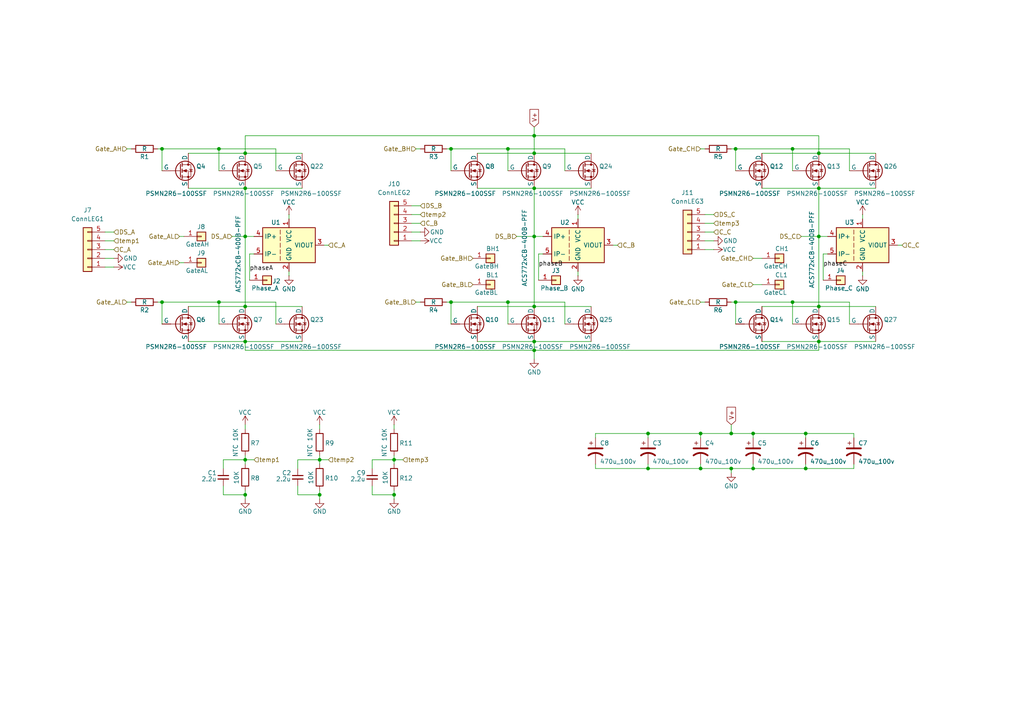
<source format=kicad_sch>
(kicad_sch (version 20250114) (generator "eeschema") (generator_version "9.0")
  (paper "A4")
  (lib_symbols
    (symbol "Connector_Generic:Conn_01x01" (pin_names (offset 1.016) (hide yes))
      (property "Reference" "J" (at 0 2.54 0))
      (property "Value" "Conn_01x01" (at 0 -2.54 0))
      (symbol "Conn_01x01_1_1"
        (rectangle (start -1.27 1.27) (end 1.27 -1.27) (stroke (width 0.254)) (fill (type background)))
        (rectangle (start -1.27 0.127) (end 0 -0.127) (stroke (width 0.1524)))
        (pin passive line (at -5.08 0 0) (length 3.81) (name "Pin_1") (number "1"))
      )
    )
    (symbol "Connector_Generic:Conn_01x05" (pin_names (offset 1.016) (hide yes))
      (property "Reference" "J" (at 0 7.62 0))
      (property "Value" "Conn_01x05" (at 0 -7.62 0))
      (symbol "Conn_01x05_1_1"
        (rectangle (start -1.27 6.35) (end 1.27 -6.35) (stroke (width 0.254)) (fill (type background)))
        (rectangle (start -1.27 5.207) (end 0 4.953) (stroke (width 0.1524)))
        (rectangle (start -1.27 2.667) (end 0 2.413) (stroke (width 0.1524)))
        (rectangle (start -1.27 0.127) (end 0 -0.127) (stroke (width 0.1524)))
        (rectangle (start -1.27 -2.413) (end 0 -2.667) (stroke (width 0.1524)))
        (rectangle (start -1.27 -4.953) (end 0 -5.207) (stroke (width 0.1524)))
        (pin passive line (at -5.08 5.08 0) (length 3.81) (name "Pin_1") (number "1"))
        (pin passive line (at -5.08 2.54 0) (length 3.81) (name "Pin_2") (number "2"))
        (pin passive line (at -5.08 0 0) (length 3.81) (name "Pin_3") (number "3"))
        (pin passive line (at -5.08 -2.54 0) (length 3.81) (name "Pin_4") (number "4"))
        (pin passive line (at -5.08 -5.08 0) (length 3.81) (name "Pin_5") (number "5"))
      )
    )
    (symbol "Device:C_Polarized_US" (pin_numbers (hide yes)) (pin_names (offset 0.254) (hide yes))
      (property "Reference" "C" (at 0.635 2.54 0))
      (property "Value" "C_Polarized_US" (at 0.635 -2.54 0))
      (symbol "C_Polarized_US_0_1"
        (polyline (pts (xy -2.032 0.762) (xy 2.032 0.762)) (stroke (width 0.508)))
        (polyline (pts (xy -1.778 2.286) (xy -0.762 2.286)))
        (polyline (pts (xy -1.27 1.778) (xy -1.27 2.794)))
        (arc (start -2.032 -1.27) (mid 0 -0.5572) (end 2.032 -1.27) (stroke (width 0.508)))
      )
      (symbol "C_Polarized_US_1_1"
        (pin passive line (at 0 3.81 270) (length 2.794) (name "~") (number "1"))
        (pin passive line (at 0 -3.81 90) (length 3.302) (name "~") (number "2"))
      )
    )
    (symbol "Device:C_Small" (pin_numbers (hide yes)) (pin_names (offset 0.254) (hide yes))
      (property "Reference" "C" (at 0.254 1.778 0))
      (property "Value" "C_Small" (at 0.254 -2.032 0))
      (symbol "C_Small_0_1"
        (polyline (pts (xy -1.524 0.508) (xy 1.524 0.508)) (stroke (width 0.3048)))
        (polyline (pts (xy -1.524 -0.508) (xy 1.524 -0.508)) (stroke (width 0.3302)))
      )
      (symbol "C_Small_1_1"
        (pin passive line (at 0 2.54 270) (length 2.032) (name "~") (number "1"))
        (pin passive line (at 0 -2.54 90) (length 2.032) (name "~") (number "2"))
      )
    )
    (symbol "Device:R" (pin_numbers (hide yes)) (pin_names (offset 0))
      (property "Reference" "R" (at 2.032 0 90))
      (property "Value" "R" (at 0 0 90))
      (symbol "R_0_1"
        (rectangle (start -1.016 -2.54) (end 1.016 2.54) (stroke (width 0.254)))
      )
      (symbol "R_1_1"
        (pin passive line (at 0 3.81 270) (length 1.27) (name "~") (number "1"))
        (pin passive line (at 0 -3.81 90) (length 1.27) (name "~") (number "2"))
      )
    )
    (symbol "Sensor_Current:ACS758xCB-200B-PFF"
      (property "Reference" "U" (at -7.62 6.35 0))
      (property "Value" "ACS758xCB-200B-PFF" (at 2.54 6.35 0))
      (symbol "ACS758xCB-200B-PFF_0_1"
        (rectangle (start -7.62 5.08) (end 7.62 -5.08) (stroke (width 0.254)) (fill (type background)))
        (polyline (pts (xy -2.54 3.175) (xy -2.54 4.445)))
        (polyline (pts (xy -2.54 1.27) (xy -2.54 2.54)))
        (polyline (pts (xy -2.54 0.635) (xy -2.54 -0.635)))
        (polyline (pts (xy -2.54 -1.27) (xy -2.54 -2.54)))
        (polyline (pts (xy -2.54 -3.175) (xy -2.54 -4.445)))
      )
      (symbol "ACS758xCB-200B-PFF_1_1"
        (pin passive line (at -10.16 2.54 0) (length 2.54) (name "IP+") (number "4"))
        (pin passive line (at -10.16 -2.54 0) (length 2.54) (name "IP-") (number "5"))
        (pin power_in line (at 0 7.62 270) (length 2.54) (name "VCC") (number "1"))
        (pin power_in line (at 0 -7.62 90) (length 2.54) (name "GND") (number "2"))
        (pin output line (at 10.16 0 180) (length 2.54) (name "VIOUT") (number "3"))
      )
    )
    (symbol "Simulation_SPICE:NMOS" (pin_numbers (hide yes)) (pin_names (offset 0))
      (property "Reference" "Q" (at 5.08 1.27 0))
      (property "Value" "NMOS" (at 5.08 -1.27 0))
      (symbol "NMOS_0_1"
        (polyline (pts (xy 0.254 1.905) (xy 0.254 -1.905)) (stroke (width 0.254)))
        (polyline (pts (xy 0.254 0) (xy -2.54 0)))
        (polyline (pts (xy 0.762 2.286) (xy 0.762 1.27)) (stroke (width 0.254)))
        (polyline (pts (xy 0.762 0.508) (xy 0.762 -0.508)) (stroke (width 0.254)))
        (polyline (pts (xy 0.762 -1.27) (xy 0.762 -2.286)) (stroke (width 0.254)))
        (polyline (pts (xy 0.762 -1.778) (xy 3.302 -1.778) (xy 3.302 1.778) (xy 0.762 1.778)))
        (polyline (pts (xy 1.016 0) (xy 2.032 0.381) (xy 2.032 -0.381) (xy 1.016 0)) (fill (type outline)))
        (circle (center 1.651 0) (radius 2.794) (stroke (width 0.254)))
        (polyline (pts (xy 2.54 2.54) (xy 2.54 1.778)))
        (circle (center 2.54 1.778) (radius 0.254) (fill (type outline)))
        (circle (center 2.54 -1.778) (radius 0.254) (fill (type outline)))
        (polyline (pts (xy 2.54 -2.54) (xy 2.54 0) (xy 0.762 0)))
        (polyline (pts (xy 2.794 0.508) (xy 2.921 0.381) (xy 3.683 0.381) (xy 3.81 0.254)))
        (polyline (pts (xy 3.302 0.381) (xy 2.921 -0.254) (xy 3.683 -0.254) (xy 3.302 0.381)))
      )
      (symbol "NMOS_1_1"
        (pin input line (at -5.08 0 0) (length 2.54) (name "G") (number "2"))
        (pin passive line (at 2.54 5.08 270) (length 2.54) (name "D") (number "1"))
        (pin passive line (at 2.54 -5.08 90) (length 2.54) (name "S") (number "3"))
      )
    )
    (symbol "power:GND" (power) (pin_numbers (hide yes)) (pin_names (offset 0) (hide yes))
      (property "Value" "GND" (at 0 -3.81 0))
      (symbol "GND_0_1"
        (polyline (pts (xy 0 0) (xy 0 -1.27) (xy 1.27 -1.27) (xy 0 -2.54) (xy -1.27 -1.27) (xy 0 -1.27)))
      )
      (symbol "GND_1_1"
        (pin power_in line (at 0 0 270) (length 0) (name "~") (number "1"))
      )
    )
    (symbol "power:VCC" (power) (pin_numbers (hide yes)) (pin_names (offset 0) (hide yes))
      (property "Value" "VCC" (at 0 3.556 0))
      (symbol "VCC_0_1"
        (polyline (pts (xy -0.762 1.27) (xy 0 2.54)))
        (polyline (pts (xy 0 2.54) (xy 0.762 1.27)))
        (polyline (pts (xy 0 0) (xy 0 2.54)))
      )
      (symbol "VCC_1_1"
        (pin power_in line (at 0 0 90) (length 0) (name "~") (number "1"))
      )
    )
  )
  (junction (at 154.94 44.45))
  (junction (at 46.99 87.63))
  (junction (at 187.96 135.89))
  (junction (at 154.94 99.06))
  (junction (at 46.99 43.18))
  (junction (at 154.94 88.9))
  (junction (at 212.09 135.89))
  (junction (at 237.49 88.9))
  (junction (at 130.81 43.18))
  (junction (at 114.3 143.51))
  (junction (at 71.12 133.35))
  (junction (at 71.12 68.58))
  (junction (at 229.87 87.63))
  (junction (at 203.2 125.73))
  (junction (at 63.5 43.18))
  (junction (at 92.71 133.35))
  (junction (at 71.12 143.51))
  (junction (at 130.81 87.63))
  (junction (at 147.32 87.63))
  (junction (at 71.12 99.06))
  (junction (at 71.12 44.45))
  (junction (at 229.87 43.18))
  (junction (at 71.12 88.9))
  (junction (at 213.36 43.18))
  (junction (at 154.94 68.58))
  (junction (at 147.32 43.18))
  (junction (at 237.49 54.61))
  (junction (at 154.94 54.61))
  (junction (at 237.49 44.45))
  (junction (at 154.94 39.37))
  (junction (at 218.44 135.89))
  (junction (at 71.12 54.61))
  (junction (at 233.68 135.89))
  (junction (at 187.96 125.73))
  (junction (at 154.94 101.6))
  (junction (at 237.49 99.06))
  (junction (at 218.44 125.73))
  (junction (at 213.36 87.63))
  (junction (at 92.71 143.51))
  (junction (at 237.49 68.58))
  (junction (at 233.68 125.73))
  (junction (at 203.2 135.89))
  (junction (at 114.3 133.35))
  (junction (at 63.5 87.63))
  (junction (at 212.09 125.73))
  (wire (pts (xy 154.94 39.37) (xy 154.94 44.45)))
  (wire (pts (xy 138.43 54.61) (xy 154.94 54.61)))
  (wire (pts (xy 147.32 43.18) (xy 130.81 43.18)))
  (wire (pts (xy 233.68 125.73) (xy 247.65 125.73)))
  (wire (pts (xy 147.32 43.18) (xy 147.32 49.53)))
  (wire (pts (xy 120.65 87.63) (xy 121.92 87.63)))
  (wire (pts (xy 204.47 62.23) (xy 207.01 62.23)))
  (wire (pts (xy 172.72 127) (xy 172.72 125.73)))
  (wire (pts (xy 71.12 99.06) (xy 71.12 101.6)))
  (wire (pts (xy 147.32 43.18) (xy 163.83 43.18)))
  (wire (pts (xy 130.81 43.18) (xy 130.81 49.53)))
  (wire (pts (xy 250.19 78.74) (xy 250.19 80.01)))
  (wire (pts (xy 154.94 101.6) (xy 154.94 104.14)))
  (wire (pts (xy 119.38 59.69) (xy 121.92 59.69)))
  (wire (pts (xy 233.68 135.89) (xy 247.65 135.89)))
  (wire (pts (xy 177.8 71.12) (xy 179.07 71.12)))
  (wire (pts (xy 36.83 87.63) (xy 38.1 87.63)))
  (wire (pts (xy 229.87 43.18) (xy 213.36 43.18)))
  (wire (pts (xy 86.36 133.35) (xy 92.71 133.35)))
  (wire (pts (xy 213.36 43.18) (xy 213.36 49.53)))
  (wire (pts (xy 63.5 87.63) (xy 80.01 87.63)))
  (wire (pts (xy 187.96 135.89) (xy 203.2 135.89)))
  (wire (pts (xy 212.09 135.89) (xy 212.09 137.16)))
  (wire (pts (xy 92.71 142.24) (xy 92.71 143.51)))
  (wire (pts (xy 250.19 62.23) (xy 250.19 63.5)))
  (wire (pts (xy 154.94 101.6) (xy 237.49 101.6)))
  (wire (pts (xy 114.3 123.19) (xy 114.3 124.46)))
  (wire (pts (xy 167.64 62.23) (xy 167.64 63.5)))
  (wire (pts (xy 130.81 87.63) (xy 130.81 93.98)))
  (wire (pts (xy 187.96 134.62) (xy 187.96 135.89)))
  (wire (pts (xy 93.98 71.12) (xy 95.25 71.12)))
  (wire (pts (xy 167.64 78.74) (xy 167.64 80.01)))
  (wire (pts (xy 247.65 125.73) (xy 247.65 127)))
  (wire (pts (xy 80.01 43.18) (xy 80.01 49.53)))
  (wire (pts (xy 154.94 54.61) (xy 154.94 68.58)))
  (wire (pts (xy 154.94 36.83) (xy 154.94 39.37)))
  (wire (pts (xy 163.83 87.63) (xy 163.83 93.98)))
  (wire (pts (xy 154.94 54.61) (xy 171.45 54.61)))
  (wire (pts (xy 119.38 67.31) (xy 121.92 67.31)))
  (wire (pts (xy 64.77 133.35) (xy 71.12 133.35)))
  (wire (pts (xy 204.47 69.85) (xy 207.01 69.85)))
  (wire (pts (xy 229.87 87.63) (xy 246.38 87.63)))
  (wire (pts (xy 238.76 73.66) (xy 238.76 81.28)))
  (wire (pts (xy 237.49 54.61) (xy 254 54.61)))
  (wire (pts (xy 154.94 99.06) (xy 154.94 101.6)))
  (wire (pts (xy 52.07 68.58) (xy 53.34 68.58)))
  (wire (pts (xy 120.65 43.18) (xy 121.92 43.18)))
  (wire (pts (xy 218.44 82.55) (xy 220.98 82.55)))
  (wire (pts (xy 63.5 87.63) (xy 63.5 93.98)))
  (wire (pts (xy 203.2 125.73) (xy 203.2 127)))
  (wire (pts (xy 71.12 44.45) (xy 87.63 44.45)))
  (wire (pts (xy 71.12 39.37) (xy 154.94 39.37)))
  (wire (pts (xy 156.21 73.66) (xy 156.21 81.28)))
  (wire (pts (xy 114.3 133.35) (xy 116.84 133.35)))
  (wire (pts (xy 36.83 43.18) (xy 38.1 43.18)))
  (wire (pts (xy 71.12 101.6) (xy 154.94 101.6)))
  (wire (pts (xy 246.38 43.18) (xy 246.38 49.53)))
  (wire (pts (xy 156.21 73.66) (xy 157.48 73.66)))
  (wire (pts (xy 212.09 125.73) (xy 218.44 125.73)))
  (wire (pts (xy 163.83 43.18) (xy 163.83 49.53)))
  (wire (pts (xy 237.49 88.9) (xy 254 88.9)))
  (wire (pts (xy 71.12 132.08) (xy 71.12 133.35)))
  (wire (pts (xy 138.43 99.06) (xy 154.94 99.06)))
  (wire (pts (xy 232.41 68.58) (xy 237.49 68.58)))
  (wire (pts (xy 30.48 74.93) (xy 33.02 74.93)))
  (wire (pts (xy 212.09 135.89) (xy 218.44 135.89)))
  (wire (pts (xy 187.96 125.73) (xy 187.96 127)))
  (wire (pts (xy 129.54 87.63) (xy 130.81 87.63)))
  (wire (pts (xy 220.98 88.9) (xy 237.49 88.9)))
  (wire (pts (xy 92.71 133.35) (xy 95.25 133.35)))
  (wire (pts (xy 220.98 44.45) (xy 237.49 44.45)))
  (wire (pts (xy 218.44 125.73) (xy 233.68 125.73)))
  (wire (pts (xy 203.2 135.89) (xy 212.09 135.89)))
  (wire (pts (xy 71.12 142.24) (xy 71.12 143.51)))
  (wire (pts (xy 218.44 74.93) (xy 220.98 74.93)))
  (wire (pts (xy 172.72 135.89) (xy 187.96 135.89)))
  (wire (pts (xy 237.49 101.6) (xy 237.49 99.06)))
  (wire (pts (xy 71.12 143.51) (xy 71.12 144.78)))
  (wire (pts (xy 119.38 62.23) (xy 121.92 62.23)))
  (wire (pts (xy 237.49 44.45) (xy 254 44.45)))
  (wire (pts (xy 30.48 69.85) (xy 33.02 69.85)))
  (wire (pts (xy 229.87 87.63) (xy 213.36 87.63)))
  (wire (pts (xy 172.72 134.62) (xy 172.72 135.89)))
  (wire (pts (xy 129.54 43.18) (xy 130.81 43.18)))
  (wire (pts (xy 218.44 125.73) (xy 218.44 127)))
  (wire (pts (xy 83.82 62.23) (xy 83.82 63.5)))
  (wire (pts (xy 107.95 133.35) (xy 114.3 133.35)))
  (wire (pts (xy 149.86 68.58) (xy 154.94 68.58)))
  (wire (pts (xy 54.61 54.61) (xy 71.12 54.61)))
  (wire (pts (xy 119.38 69.85) (xy 121.92 69.85)))
  (wire (pts (xy 54.61 44.45) (xy 71.12 44.45)))
  (wire (pts (xy 114.3 132.08) (xy 114.3 133.35)))
  (wire (pts (xy 92.71 132.08) (xy 92.71 133.35)))
  (wire (pts (xy 63.5 43.18) (xy 46.99 43.18)))
  (wire (pts (xy 203.2 134.62) (xy 203.2 135.89)))
  (wire (pts (xy 114.3 143.51) (xy 114.3 144.78)))
  (wire (pts (xy 138.43 88.9) (xy 154.94 88.9)))
  (wire (pts (xy 218.44 135.89) (xy 233.68 135.89)))
  (wire (pts (xy 218.44 134.62) (xy 218.44 135.89)))
  (wire (pts (xy 246.38 87.63) (xy 246.38 93.98)))
  (wire (pts (xy 92.71 123.19) (xy 92.71 124.46)))
  (wire (pts (xy 212.09 87.63) (xy 213.36 87.63)))
  (wire (pts (xy 203.2 43.18) (xy 204.47 43.18)))
  (wire (pts (xy 154.94 88.9) (xy 171.45 88.9)))
  (wire (pts (xy 204.47 64.77) (xy 207.01 64.77)))
  (wire (pts (xy 237.49 99.06) (xy 254 99.06)))
  (wire (pts (xy 71.12 39.37) (xy 71.12 44.45)))
  (wire (pts (xy 203.2 125.73) (xy 212.09 125.73)))
  (wire (pts (xy 138.43 44.45) (xy 154.94 44.45)))
  (wire (pts (xy 64.77 143.51) (xy 71.12 143.51)))
  (wire (pts (xy 212.09 123.19) (xy 212.09 125.73)))
  (wire (pts (xy 260.35 71.12) (xy 261.62 71.12)))
  (wire (pts (xy 220.98 54.61) (xy 237.49 54.61)))
  (wire (pts (xy 229.87 87.63) (xy 229.87 93.98)))
  (wire (pts (xy 63.5 43.18) (xy 80.01 43.18)))
  (wire (pts (xy 71.12 133.35) (xy 71.12 134.62)))
  (wire (pts (xy 213.36 87.63) (xy 213.36 93.98)))
  (wire (pts (xy 86.36 135.89) (xy 86.36 133.35)))
  (wire (pts (xy 64.77 140.97) (xy 64.77 143.51)))
  (wire (pts (xy 30.48 77.47) (xy 33.02 77.47)))
  (wire (pts (xy 30.48 72.39) (xy 33.02 72.39)))
  (wire (pts (xy 46.99 87.63) (xy 46.99 93.98)))
  (wire (pts (xy 46.99 43.18) (xy 46.99 49.53)))
  (wire (pts (xy 54.61 99.06) (xy 71.12 99.06)))
  (wire (pts (xy 86.36 143.51) (xy 92.71 143.51)))
  (wire (pts (xy 92.71 133.35) (xy 92.71 134.62)))
  (wire (pts (xy 54.61 88.9) (xy 71.12 88.9)))
  (wire (pts (xy 154.94 68.58) (xy 157.48 68.58)))
  (wire (pts (xy 64.77 135.89) (xy 64.77 133.35)))
  (wire (pts (xy 71.12 99.06) (xy 87.63 99.06)))
  (wire (pts (xy 187.96 125.73) (xy 203.2 125.73)))
  (wire (pts (xy 237.49 68.58) (xy 237.49 88.9)))
  (wire (pts (xy 119.38 64.77) (xy 121.92 64.77)))
  (wire (pts (xy 114.3 142.24) (xy 114.3 143.51)))
  (wire (pts (xy 204.47 72.39) (xy 207.01 72.39)))
  (wire (pts (xy 53.34 76.2) (xy 52.07 76.2)))
  (wire (pts (xy 80.01 87.63) (xy 80.01 93.98)))
  (wire (pts (xy 154.94 39.37) (xy 237.49 39.37)))
  (wire (pts (xy 172.72 125.73) (xy 187.96 125.73)))
  (wire (pts (xy 107.95 143.51) (xy 114.3 143.51)))
  (wire (pts (xy 204.47 67.31) (xy 207.01 67.31)))
  (wire (pts (xy 71.12 68.58) (xy 71.12 88.9)))
  (wire (pts (xy 63.5 43.18) (xy 63.5 49.53)))
  (wire (pts (xy 30.48 67.31) (xy 33.02 67.31)))
  (wire (pts (xy 154.94 99.06) (xy 171.45 99.06)))
  (wire (pts (xy 229.87 43.18) (xy 246.38 43.18)))
  (wire (pts (xy 233.68 125.73) (xy 233.68 127)))
  (wire (pts (xy 237.49 68.58) (xy 240.03 68.58)))
  (wire (pts (xy 114.3 133.35) (xy 114.3 134.62)))
  (wire (pts (xy 86.36 140.97) (xy 86.36 143.51)))
  (wire (pts (xy 45.72 43.18) (xy 46.99 43.18)))
  (wire (pts (xy 72.39 73.66) (xy 73.66 73.66)))
  (wire (pts (xy 237.49 44.45) (xy 237.49 39.37)))
  (wire (pts (xy 83.82 78.74) (xy 83.82 80.01)))
  (wire (pts (xy 147.32 87.63) (xy 130.81 87.63)))
  (wire (pts (xy 71.12 54.61) (xy 71.12 68.58)))
  (wire (pts (xy 212.09 43.18) (xy 213.36 43.18)))
  (wire (pts (xy 71.12 68.58) (xy 73.66 68.58)))
  (wire (pts (xy 237.49 54.61) (xy 237.49 68.58)))
  (wire (pts (xy 71.12 123.19) (xy 71.12 124.46)))
  (wire (pts (xy 229.87 43.18) (xy 229.87 49.53)))
  (wire (pts (xy 107.95 135.89) (xy 107.95 133.35)))
  (wire (pts (xy 92.71 143.51) (xy 92.71 144.78)))
  (wire (pts (xy 72.39 73.66) (xy 72.39 81.28)))
  (wire (pts (xy 238.76 73.66) (xy 240.03 73.66)))
  (wire (pts (xy 71.12 133.35) (xy 73.66 133.35)))
  (wire (pts (xy 147.32 87.63) (xy 147.32 93.98)))
  (wire (pts (xy 147.32 87.63) (xy 163.83 87.63)))
  (wire (pts (xy 154.94 68.58) (xy 154.94 88.9)))
  (wire (pts (xy 71.12 88.9) (xy 87.63 88.9)))
  (wire (pts (xy 247.65 135.89) (xy 247.65 134.62)))
  (wire (pts (xy 154.94 44.45) (xy 171.45 44.45)))
  (wire (pts (xy 203.2 87.63) (xy 204.47 87.63)))
  (wire (pts (xy 220.98 99.06) (xy 237.49 99.06)))
  (wire (pts (xy 63.5 87.63) (xy 46.99 87.63)))
  (wire (pts (xy 45.72 87.63) (xy 46.99 87.63)))
  (wire (pts (xy 233.68 134.62) (xy 233.68 135.89)))
  (wire (pts (xy 107.95 140.97) (xy 107.95 143.51)))
  (wire (pts (xy 71.12 54.61) (xy 87.63 54.61)))
  (wire (pts (xy 67.31 68.58) (xy 71.12 68.58)))
  (label "phaseB" (at 156.21 77.47 0))
  (label "phaseC" (at 238.76 77.47 0))
  (label "phaseA" (at 72.39 78.74 0))
  (global_label "V+" (shape input) (at 212.09 123.19 90) (property "Intersheetrefs" "${INTERSHEET_REFS}" (effects (hide yes))))
  (global_label "V+" (shape input) (at 154.94 36.83 90) (property "Intersheetrefs" "${INTERSHEET_REFS}" (effects (hide yes))))
  (hierarchical_label "temp2" (shape input) (at 95.25 133.35 0))
  (hierarchical_label "temp1" (shape input) (at 33.02 69.85 0))
  (hierarchical_label "Gate_AL" (shape input) (at 52.07 68.58 180))
  (hierarchical_label "Gate_AL" (shape input) (at 36.83 87.63 180))
  (hierarchical_label "DS_C" (shape input) (at 207.01 62.23 0))
  (hierarchical_label "temp1" (shape input) (at 73.66 133.35 0))
  (hierarchical_label "Gate_AH" (shape input) (at 36.83 43.18 180))
  (hierarchical_label "Gate_CL" (shape input) (at 203.2 87.63 180))
  (hierarchical_label "Gate_BL" (shape input) (at 137.16 82.55 180))
  (hierarchical_label "C_C" (shape input) (at 207.01 67.31 0))
  (hierarchical_label "temp2" (shape input) (at 121.92 62.23 0))
  (hierarchical_label "Gate_CH" (shape input) (at 218.44 74.93 180))
  (hierarchical_label "DS_A" (shape input) (at 67.31 68.58 180))
  (hierarchical_label "C_A" (shape input) (at 33.02 72.39 0))
  (hierarchical_label "Gate_BL" (shape input) (at 120.65 87.63 180))
  (hierarchical_label "DS_C" (shape input) (at 232.41 68.58 180))
  (hierarchical_label "DS_B" (shape input) (at 149.86 68.58 180))
  (hierarchical_label "C_B" (shape input) (at 121.92 64.77 0))
  (hierarchical_label "Gate_CH" (shape input) (at 203.2 43.18 180))
  (hierarchical_label "Gate_AH" (shape input) (at 52.07 76.2 180))
  (hierarchical_label "DS_A" (shape input) (at 33.02 67.31 0))
  (hierarchical_label "Gate_BH" (shape input) (at 120.65 43.18 180))
  (hierarchical_label "temp3" (shape input) (at 116.84 133.35 0))
  (hierarchical_label "Gate_BH" (shape input) (at 137.16 74.93 180))
  (hierarchical_label "C_A" (shape input) (at 95.25 71.12 0))
  (hierarchical_label "C_C" (shape input) (at 261.62 71.12 0))
  (hierarchical_label "Gate_CL" (shape input) (at 218.44 82.55 180))
  (hierarchical_label "DS_B" (shape input) (at 121.92 59.69 0))
  (hierarchical_label "temp3" (shape input) (at 207.01 64.77 0))
  (hierarchical_label "C_B" (shape input) (at 179.07 71.12 0))
  (symbol (lib_id "power:VCC") (at 167.64 62.23 0) (unit 1)
    (property "Reference" "#PWR07" (effects (hide yes)))
    (property "Value" "VCC" (at 167.64 58.674 0))
    (property "Description" "Power symbol creates a global label with name \"VCC\"" (effects (hide yes)))
  )
  (symbol (lib_id "power:GND") (at 83.82 80.01 0) (unit 1)
    (property "Reference" "#PWR03" (effects (hide yes)))
    (property "Value" "GND" (at 83.82 83.82 0))
    (property "Description" "Power symbol creates a global label with name \"GND\" , ground" (effects (hide yes)))
  )
  (symbol (lib_id "Simulation_SPICE:NMOS") (at 68.58 49.53 0) (unit 1)
    (property "Reference" "Q5" (at 73.406 48.26 0) (effects (justify left)))
    (property "Value" "PSMN2R6-100SSF" (at 61.722 56.134 0) (effects (justify left)))
    (property "Footprint" "Custom:LFPAK88_new" (effects (hide yes)))
    (property "Datasheet" "https://ngspice.sourceforge.io/docs/ngspice-html-manual/manual.xhtml#cha_MOSFETs" (effects (hide yes)))
    (property "Description" "N-MOSFET transistor, drain/source/gate" (effects (hide yes)))
    (property "Sim.Device" "NMOS" (effects (hide yes)))
    (property "Sim.Type" "VDMOS" (effects (hide yes)))
    (property "Sim.Pins" "1=D 2=G 3=S" (effects (hide yes)))
  )
  (symbol (lib_id "Device:R") (at 125.73 43.18 90) (unit 1)
    (property "Reference" "R3" (at 125.73 45.466 90))
    (property "Value" "R" (at 125.73 43.18 90))
    (property "Footprint" "Resistor_SMD:R_0805_2012Metric_Pad1.20x1.40mm_HandSolder" (effects (hide yes)))
    (property "Description" "Resistor" (effects (hide yes)))
  )
  (symbol (lib_id "power:GND") (at 212.09 137.16 0) (unit 1)
    (property "Reference" "#PWR014" (effects (hide yes)))
    (property "Value" "GND" (at 212.09 140.97 0))
    (property "Description" "Power symbol creates a global label with name \"GND\" , ground" (effects (hide yes)))
  )
  (symbol (lib_id "Simulation_SPICE:NMOS") (at 152.4 93.98 0) (unit 1)
    (property "Reference" "Q11" (at 157.226 92.71 0) (effects (justify left)))
    (property "Value" "PSMN2R6-100SSF" (at 145.542 100.584 0) (effects (justify left)))
    (property "Footprint" "Custom:LFPAK88_new" (effects (hide yes)))
    (property "Datasheet" "https://ngspice.sourceforge.io/docs/ngspice-html-manual/manual.xhtml#cha_MOSFETs" (effects (hide yes)))
    (property "Description" "N-MOSFET transistor, drain/source/gate" (effects (hide yes)))
    (property "Sim.Device" "NMOS" (effects (hide yes)))
    (property "Sim.Type" "VDMOS" (effects (hide yes)))
    (property "Sim.Pins" "1=D 2=G 3=S" (effects (hide yes)))
  )
  (symbol (lib_id "power:GND") (at 207.01 69.85 90) (unit 1)
    (property "Reference" "#PWR025" (effects (hide yes)))
    (property "Value" "GND" (at 211.836 69.85 90))
    (property "Description" "Power symbol creates a global label with name \"GND\" , ground" (effects (hide yes)))
  )
  (symbol (lib_id "Simulation_SPICE:NMOS") (at 152.4 49.53 0) (unit 1)
    (property "Reference" "Q9" (at 157.226 48.26 0) (effects (justify left)))
    (property "Value" "PSMN2R6-100SSF" (at 145.542 56.134 0) (effects (justify left)))
    (property "Footprint" "Custom:LFPAK88_new" (effects (hide yes)))
    (property "Datasheet" "https://ngspice.sourceforge.io/docs/ngspice-html-manual/manual.xhtml#cha_MOSFETs" (effects (hide yes)))
    (property "Description" "N-MOSFET transistor, drain/source/gate" (effects (hide yes)))
    (property "Sim.Device" "NMOS" (effects (hide yes)))
    (property "Sim.Type" "VDMOS" (effects (hide yes)))
    (property "Sim.Pins" "1=D 2=G 3=S" (effects (hide yes)))
  )
  (symbol (lib_id "power:VCC") (at 114.3 123.19 0) (unit 1)
    (property "Reference" "#PWR019" (effects (hide yes)))
    (property "Value" "VCC" (at 114.3 119.634 0))
    (property "Description" "Power symbol creates a global label with name \"VCC\"" (effects (hide yes)))
  )
  (symbol (lib_id "Connector_Generic:Conn_01x05") (at 199.39 67.31 180) (unit 1)
    (property "Reference" "J11" (at 199.39 55.88 0))
    (property "Value" "ConnLEG3" (at 199.39 58.42 0))
    (property "Footprint" "Connector_PinSocket_2.54mm:PinSocket_1x05_P2.54mm_Vertical" (effects (hide yes)))
    (property "Description" "Generic connector, single row, 01x05, script generated (kicad-library-utils/schlib/autogen/connector/)" (effects (hide yes)))
  )
  (symbol (lib_id "power:GND") (at 92.71 144.78 0) (unit 1)
    (property "Reference" "#PWR018" (effects (hide yes)))
    (property "Value" "GND" (at 92.71 148.336 0))
    (property "Description" "Power symbol creates a global label with name \"GND\" , ground" (effects (hide yes)))
  )
  (symbol (lib_id "Simulation_SPICE:NMOS") (at 251.46 93.98 0) (unit 1)
    (property "Reference" "Q27" (at 256.286 92.71 0) (effects (justify left)))
    (property "Value" "PSMN2R6-100SSF" (at 247.65 100.584 0) (effects (justify left)))
    (property "Footprint" "Custom:LFPAK88_new" (effects (hide yes)))
    (property "Datasheet" "https://ngspice.sourceforge.io/docs/ngspice-html-manual/manual.xhtml#cha_MOSFETs" (effects (hide yes)))
    (property "Description" "N-MOSFET transistor, drain/source/gate" (effects (hide yes)))
    (property "Sim.Device" "NMOS" (effects (hide yes)))
    (property "Sim.Type" "VDMOS" (effects (hide yes)))
    (property "Sim.Pins" "1=D 2=G 3=S" (effects (hide yes)))
  )
  (symbol (lib_id "Connector_Generic:Conn_01x01") (at 226.06 74.93 0) (unit 1)
    (property "Reference" "CH1" (at 224.79 72.136 0) (effects (justify left)))
    (property "Value" "GateCH" (at 221.488 77.216 0) (effects (justify left)))
    (property "Footprint" "Connector_PinSocket_2.54mm:PinSocket_1x01_P2.54mm_Vertical" (effects (hide yes)))
    (property "Description" "Generic connector, single row, 01x01, script generated (kicad-library-utils/schlib/autogen/connector/)" (effects (hide yes)))
  )
  (symbol (lib_id "Simulation_SPICE:NMOS") (at 52.07 49.53 0) (unit 1)
    (property "Reference" "Q4" (at 56.896 48.26 0) (effects (justify left)))
    (property "Value" "PSMN2R6-100SSF" (at 42.164 56.134 0) (effects (justify left)))
    (property "Footprint" "Custom:LFPAK88_new" (effects (hide yes)))
    (property "Datasheet" "https://ngspice.sourceforge.io/docs/ngspice-html-manual/manual.xhtml#cha_MOSFETs" (effects (hide yes)))
    (property "Description" "N-MOSFET transistor, drain/source/gate" (effects (hide yes)))
    (property "Sim.Device" "NMOS" (effects (hide yes)))
    (property "Sim.Type" "VDMOS" (effects (hide yes)))
    (property "Sim.Pins" "1=D 2=G 3=S" (effects (hide yes)))
  )
  (symbol (lib_id "Connector_Generic:Conn_01x01") (at 226.06 82.55 0) (unit 1)
    (property "Reference" "CL1" (at 224.79 79.756 0) (effects (justify left)))
    (property "Value" "GateCL" (at 221.488 84.836 0) (effects (justify left)))
    (property "Footprint" "Connector_PinSocket_2.54mm:PinSocket_1x01_P2.54mm_Vertical" (effects (hide yes)))
    (property "Description" "Generic connector, single row, 01x01, script generated (kicad-library-utils/schlib/autogen/connector/)" (effects (hide yes)))
  )
  (symbol (lib_id "Device:C_Small") (at 86.36 138.43 0) (unit 1)
    (property "Reference" "C2" (at 81.788 137.16 0) (effects (justify left)))
    (property "Value" "2.2u" (at 80.01 138.938 0) (effects (justify left)))
    (property "Footprint" "Capacitor_SMD:C_0805_2012Metric_Pad1.18x1.45mm_HandSolder" (effects (hide yes)))
    (property "Description" "Unpolarized capacitor, small symbol" (effects (hide yes)))
  )
  (symbol (lib_id "Simulation_SPICE:NMOS") (at 85.09 49.53 0) (unit 1)
    (property "Reference" "Q22" (at 89.916 48.26 0) (effects (justify left)))
    (property "Value" "PSMN2R6-100SSF" (at 81.28 56.134 0) (effects (justify left)))
    (property "Footprint" "Custom:LFPAK88_new" (effects (hide yes)))
    (property "Datasheet" "https://ngspice.sourceforge.io/docs/ngspice-html-manual/manual.xhtml#cha_MOSFETs" (effects (hide yes)))
    (property "Description" "N-MOSFET transistor, drain/source/gate" (effects (hide yes)))
    (property "Sim.Device" "NMOS" (effects (hide yes)))
    (property "Sim.Type" "VDMOS" (effects (hide yes)))
    (property "Sim.Pins" "1=D 2=G 3=S" (effects (hide yes)))
  )
  (symbol (lib_id "Device:C_Polarized_US") (at 187.96 130.81 0) (unit 1)
    (property "Reference" "C3" (at 189.23 128.524 0) (effects (justify left)))
    (property "Value" "470u_100v" (at 189.23 133.858 0) (effects (justify left)))
    (property "Footprint" "Capacitor_THT:CP_Radial_D16.0mm_P7.50mm" (effects (hide yes)))
    (property "Description" "Polarized capacitor, US symbol" (effects (hide yes)))
  )
  (symbol (lib_id "Device:C_Small") (at 64.77 138.43 0) (unit 1)
    (property "Reference" "C1" (at 60.198 137.16 0) (effects (justify left)))
    (property "Value" "2.2u" (at 58.42 138.938 0) (effects (justify left)))
    (property "Footprint" "Capacitor_SMD:C_0805_2012Metric_Pad1.18x1.45mm_HandSolder" (effects (hide yes)))
    (property "Description" "Unpolarized capacitor, small symbol" (effects (hide yes)))
  )
  (symbol (lib_id "Device:R") (at 208.28 43.18 90) (unit 1)
    (property "Reference" "R5" (at 208.28 45.466 90))
    (property "Value" "R" (at 208.28 43.18 90))
    (property "Footprint" "Resistor_SMD:R_0805_2012Metric_Pad1.20x1.40mm_HandSolder" (effects (hide yes)))
    (property "Description" "Resistor" (effects (hide yes)))
  )
  (symbol (lib_id "power:GND") (at 154.94 104.14 0) (unit 1)
    (property "Reference" "#PWR013" (effects (hide yes)))
    (property "Value" "GND" (at 154.94 107.95 0))
    (property "Description" "Power symbol creates a global label with name \"GND\" , ground" (effects (hide yes)))
  )
  (symbol (lib_id "power:GND") (at 167.64 80.01 0) (unit 1)
    (property "Reference" "#PWR08" (effects (hide yes)))
    (property "Value" "GND" (at 167.64 83.82 0))
    (property "Description" "Power symbol creates a global label with name \"GND\" , ground" (effects (hide yes)))
  )
  (symbol (lib_id "Simulation_SPICE:NMOS") (at 68.58 93.98 0) (unit 1)
    (property "Reference" "Q7" (at 73.406 92.71 0) (effects (justify left)))
    (property "Value" "PSMN2R6-100SSF" (at 61.722 100.584 0) (effects (justify left)))
    (property "Footprint" "Custom:LFPAK88_new" (effects (hide yes)))
    (property "Datasheet" "https://ngspice.sourceforge.io/docs/ngspice-html-manual/manual.xhtml#cha_MOSFETs" (effects (hide yes)))
    (property "Description" "N-MOSFET transistor, drain/source/gate" (effects (hide yes)))
    (property "Sim.Device" "NMOS" (effects (hide yes)))
    (property "Sim.Type" "VDMOS" (effects (hide yes)))
    (property "Sim.Pins" "1=D 2=G 3=S" (effects (hide yes)))
  )
  (symbol (lib_id "Connector_Generic:Conn_01x01") (at 58.42 76.2 0) (unit 1)
    (property "Reference" "J9" (at 57.15 73.406 0) (effects (justify left)))
    (property "Value" "GateAL" (at 53.848 78.486 0) (effects (justify left)))
    (property "Footprint" "Connector_PinSocket_2.54mm:PinSocket_1x01_P2.54mm_Vertical" (effects (hide yes)))
    (property "Description" "Generic connector, single row, 01x01, script generated (kicad-library-utils/schlib/autogen/connector/)" (effects (hide yes)))
  )
  (symbol (lib_id "Connector_Generic:Conn_01x01") (at 142.24 74.93 0) (unit 1)
    (property "Reference" "BH1" (at 140.97 72.136 0) (effects (justify left)))
    (property "Value" "GateBH" (at 137.668 77.216 0) (effects (justify left)))
    (property "Footprint" "Connector_PinSocket_2.54mm:PinSocket_1x01_P2.54mm_Vertical" (effects (hide yes)))
    (property "Description" "Generic connector, single row, 01x01, script generated (kicad-library-utils/schlib/autogen/connector/)" (effects (hide yes)))
  )
  (symbol (lib_id "Simulation_SPICE:NMOS") (at 135.89 93.98 0) (unit 1)
    (property "Reference" "Q10" (at 140.716 92.71 0) (effects (justify left)))
    (property "Value" "PSMN2R6-100SSF" (at 125.984 100.584 0) (effects (justify left)))
    (property "Footprint" "Custom:LFPAK88_new" (effects (hide yes)))
    (property "Datasheet" "https://ngspice.sourceforge.io/docs/ngspice-html-manual/manual.xhtml#cha_MOSFETs" (effects (hide yes)))
    (property "Description" "N-MOSFET transistor, drain/source/gate" (effects (hide yes)))
    (property "Sim.Device" "NMOS" (effects (hide yes)))
    (property "Sim.Type" "VDMOS" (effects (hide yes)))
    (property "Sim.Pins" "1=D 2=G 3=S" (effects (hide yes)))
  )
  (symbol (lib_id "Device:R") (at 125.73 87.63 90) (unit 1)
    (property "Reference" "R4" (at 125.73 89.916 90))
    (property "Value" "R" (at 125.73 87.63 90))
    (property "Footprint" "Resistor_SMD:R_0805_2012Metric_Pad1.20x1.40mm_HandSolder" (effects (hide yes)))
    (property "Description" "Resistor" (effects (hide yes)))
  )
  (symbol (lib_id "Device:C_Polarized_US") (at 172.72 130.81 0) (unit 1)
    (property "Reference" "C8" (at 173.99 128.524 0) (effects (justify left)))
    (property "Value" "470u_100v" (at 173.99 133.858 0) (effects (justify left)))
    (property "Footprint" "Capacitor_THT:CP_Radial_D16.0mm_P7.50mm" (effects (hide yes)))
    (property "Description" "Polarized capacitor, US symbol" (effects (hide yes)))
  )
  (symbol (lib_id "Device:C_Polarized_US") (at 203.2 130.81 0) (unit 1)
    (property "Reference" "C4" (at 204.47 128.524 0) (effects (justify left)))
    (property "Value" "470u_100v" (at 204.47 133.858 0) (effects (justify left)))
    (property "Footprint" "Capacitor_THT:CP_Radial_D16.0mm_P7.50mm" (effects (hide yes)))
    (property "Description" "Polarized capacitor, US symbol" (effects (hide yes)))
  )
  (symbol (lib_id "Device:C_Polarized_US") (at 247.65 130.81 0) (unit 1)
    (property "Reference" "C7" (at 248.92 128.524 0) (effects (justify left)))
    (property "Value" "470u_100v" (at 248.92 133.858 0) (effects (justify left)))
    (property "Footprint" "Capacitor_THT:CP_Radial_D16.0mm_P7.50mm" (effects (hide yes)))
    (property "Description" "Polarized capacitor, US symbol" (effects (hide yes)))
  )
  (symbol (lib_id "power:GND") (at 121.92 67.31 90) (unit 1)
    (property "Reference" "#PWR023" (effects (hide yes)))
    (property "Value" "GND" (at 126.746 67.31 90))
    (property "Description" "Power symbol creates a global label with name \"GND\" , ground" (effects (hide yes)))
  )
  (symbol (lib_id "Simulation_SPICE:NMOS") (at 234.95 49.53 0) (unit 1)
    (property "Reference" "Q13" (at 239.776 48.26 0) (effects (justify left)))
    (property "Value" "PSMN2R6-100SSF" (at 228.092 56.134 0) (effects (justify left)))
    (property "Footprint" "Custom:LFPAK88_new" (effects (hide yes)))
    (property "Datasheet" "https://ngspice.sourceforge.io/docs/ngspice-html-manual/manual.xhtml#cha_MOSFETs" (effects (hide yes)))
    (property "Description" "N-MOSFET transistor, drain/source/gate" (effects (hide yes)))
    (property "Sim.Device" "NMOS" (effects (hide yes)))
    (property "Sim.Type" "VDMOS" (effects (hide yes)))
    (property "Sim.Pins" "1=D 2=G 3=S" (effects (hide yes)))
  )
  (symbol (lib_id "Simulation_SPICE:NMOS") (at 218.44 49.53 0) (unit 1)
    (property "Reference" "Q12" (at 223.266 48.26 0) (effects (justify left)))
    (property "Value" "PSMN2R6-100SSF" (at 208.534 56.134 0) (effects (justify left)))
    (property "Footprint" "Custom:LFPAK88_new" (effects (hide yes)))
    (property "Datasheet" "https://ngspice.sourceforge.io/docs/ngspice-html-manual/manual.xhtml#cha_MOSFETs" (effects (hide yes)))
    (property "Description" "N-MOSFET transistor, drain/source/gate" (effects (hide yes)))
    (property "Sim.Device" "NMOS" (effects (hide yes)))
    (property "Sim.Type" "VDMOS" (effects (hide yes)))
    (property "Sim.Pins" "1=D 2=G 3=S" (effects (hide yes)))
  )
  (symbol (lib_id "Simulation_SPICE:NMOS") (at 168.91 93.98 0) (unit 1)
    (property "Reference" "Q25" (at 173.736 92.71 0) (effects (justify left)))
    (property "Value" "PSMN2R6-100SSF" (at 165.1 100.584 0) (effects (justify left)))
    (property "Footprint" "Custom:LFPAK88_new" (effects (hide yes)))
    (property "Datasheet" "https://ngspice.sourceforge.io/docs/ngspice-html-manual/manual.xhtml#cha_MOSFETs" (effects (hide yes)))
    (property "Description" "N-MOSFET transistor, drain/source/gate" (effects (hide yes)))
    (property "Sim.Device" "NMOS" (effects (hide yes)))
    (property "Sim.Type" "VDMOS" (effects (hide yes)))
    (property "Sim.Pins" "1=D 2=G 3=S" (effects (hide yes)))
  )
  (symbol (lib_id "Device:R") (at 71.12 138.43 0) (unit 1)
    (property "Reference" "R8" (at 72.644 138.684 0) (effects (justify left)))
    (property "Value" "10K" (at 68.58 140.462 90) (effects (justify left)))
    (property "Footprint" "Resistor_SMD:R_0805_2012Metric_Pad1.20x1.40mm_HandSolder" (effects (hide yes)))
    (property "Description" "Resistor" (effects (hide yes)))
  )
  (symbol (lib_id "Connector_Generic:Conn_01x01") (at 77.47 81.28 0) (unit 1)
    (property "Reference" "J2" (at 78.994 81.534 0) (effects (justify left)))
    (property "Value" "Phase_A" (at 72.898 83.566 0) (effects (justify left)))
    (property "Footprint" "Custom:WP-SHFU_7460719" (effects (hide yes)))
    (property "Description" "Generic connector, single row, 01x01, script generated (kicad-library-utils/schlib/autogen/connector/)" (effects (hide yes)))
  )
  (symbol (lib_id "Sensor_Current:ACS758xCB-200B-PFF") (at 167.64 71.12 0) (unit 1)
    (property "Reference" "U2" (at 163.83 64.516 0))
    (property "Value" "ACS772xCB-400B-PFF" (at 152.146 71.882 90))
    (property "Footprint" "Custom:ACS772_New" (effects (hide yes)))
    (property "Datasheet" "http://www.allegromicro.com/~/media/Files/Datasheets/ACS758-Datasheet.ashx?la=en" (effects (hide yes)))
    (property "Description" "±200A Bidirectional Hall-Effect Current Sensor, +5.0V supply, 10mV/A, CB-5 PFF" (effects (hide yes)))
  )
  (symbol (lib_id "power:VCC") (at 33.02 77.47 270) (unit 1)
    (property "Reference" "#PWR021" (effects (hide yes)))
    (property "Value" "VCC" (at 37.592 77.47 90))
    (property "Description" "Power symbol creates a global label with name \"VCC\"" (effects (hide yes)))
  )
  (symbol (lib_id "power:VCC") (at 83.82 62.23 0) (unit 1)
    (property "Reference" "#PWR02" (effects (hide yes)))
    (property "Value" "VCC" (at 83.82 58.674 0))
    (property "Description" "Power symbol creates a global label with name \"VCC\"" (effects (hide yes)))
  )
  (symbol (lib_id "Device:C_Polarized_US") (at 218.44 130.81 0) (unit 1)
    (property "Reference" "C5" (at 219.71 128.524 0) (effects (justify left)))
    (property "Value" "470u_100v" (at 219.71 133.858 0) (effects (justify left)))
    (property "Footprint" "Capacitor_THT:CP_Radial_D16.0mm_P7.50mm" (effects (hide yes)))
    (property "Description" "Polarized capacitor, US symbol" (effects (hide yes)))
  )
  (symbol (lib_id "Simulation_SPICE:NMOS") (at 168.91 49.53 0) (unit 1)
    (property "Reference" "Q24" (at 173.736 48.26 0) (effects (justify left)))
    (property "Value" "PSMN2R6-100SSF" (at 165.1 56.134 0) (effects (justify left)))
    (property "Footprint" "Custom:LFPAK88_new" (effects (hide yes)))
    (property "Datasheet" "https://ngspice.sourceforge.io/docs/ngspice-html-manual/manual.xhtml#cha_MOSFETs" (effects (hide yes)))
    (property "Description" "N-MOSFET transistor, drain/source/gate" (effects (hide yes)))
    (property "Sim.Device" "NMOS" (effects (hide yes)))
    (property "Sim.Type" "VDMOS" (effects (hide yes)))
    (property "Sim.Pins" "1=D 2=G 3=S" (effects (hide yes)))
  )
  (symbol (lib_id "Simulation_SPICE:NMOS") (at 85.09 93.98 0) (unit 1)
    (property "Reference" "Q23" (at 89.916 92.71 0) (effects (justify left)))
    (property "Value" "PSMN2R6-100SSF" (at 81.28 100.584 0) (effects (justify left)))
    (property "Footprint" "Custom:LFPAK88_new" (effects (hide yes)))
    (property "Datasheet" "https://ngspice.sourceforge.io/docs/ngspice-html-manual/manual.xhtml#cha_MOSFETs" (effects (hide yes)))
    (property "Description" "N-MOSFET transistor, drain/source/gate" (effects (hide yes)))
    (property "Sim.Device" "NMOS" (effects (hide yes)))
    (property "Sim.Type" "VDMOS" (effects (hide yes)))
    (property "Sim.Pins" "1=D 2=G 3=S" (effects (hide yes)))
  )
  (symbol (lib_id "Device:R") (at 41.91 87.63 90) (unit 1)
    (property "Reference" "R2" (at 41.91 89.916 90))
    (property "Value" "R" (at 41.91 87.63 90))
    (property "Footprint" "Resistor_SMD:R_0805_2012Metric_Pad1.20x1.40mm_HandSolder" (effects (hide yes)))
    (property "Description" "Resistor" (effects (hide yes)))
  )
  (symbol (lib_id "Device:R") (at 208.28 87.63 90) (unit 1)
    (property "Reference" "R6" (at 208.28 89.916 90))
    (property "Value" "R" (at 208.28 87.63 90))
    (property "Footprint" "Resistor_SMD:R_0805_2012Metric_Pad1.20x1.40mm_HandSolder" (effects (hide yes)))
    (property "Description" "Resistor" (effects (hide yes)))
  )
  (symbol (lib_id "power:GND") (at 71.12 144.78 0) (unit 1)
    (property "Reference" "#PWR016" (effects (hide yes)))
    (property "Value" "GND" (at 71.12 148.336 0))
    (property "Description" "Power symbol creates a global label with name \"GND\" , ground" (effects (hide yes)))
  )
  (symbol (lib_id "Device:R") (at 114.3 128.27 0) (unit 1)
    (property "Reference" "R11" (at 115.824 128.524 0) (effects (justify left)))
    (property "Value" "NTC 10K" (at 111.506 132.588 90) (effects (justify left)))
    (property "Footprint" "Resistor_SMD:R_0805_2012Metric_Pad1.20x1.40mm_HandSolder" (effects (hide yes)))
    (property "Description" "Resistor" (effects (hide yes)))
  )
  (symbol (lib_id "power:GND") (at 114.3 144.78 0) (unit 1)
    (property "Reference" "#PWR020" (effects (hide yes)))
    (property "Value" "GND" (at 114.3 148.336 0))
    (property "Description" "Power symbol creates a global label with name \"GND\" , ground" (effects (hide yes)))
  )
  (symbol (lib_id "power:VCC") (at 92.71 123.19 0) (unit 1)
    (property "Reference" "#PWR017" (effects (hide yes)))
    (property "Value" "VCC" (at 92.71 119.634 0))
    (property "Description" "Power symbol creates a global label with name \"VCC\"" (effects (hide yes)))
  )
  (symbol (lib_id "Connector_Generic:Conn_01x01") (at 142.24 82.55 0) (unit 1)
    (property "Reference" "BL1" (at 140.97 79.756 0) (effects (justify left)))
    (property "Value" "GateBL" (at 137.668 84.836 0) (effects (justify left)))
    (property "Footprint" "Connector_PinSocket_2.54mm:PinSocket_1x01_P2.54mm_Vertical" (effects (hide yes)))
    (property "Description" "Generic connector, single row, 01x01, script generated (kicad-library-utils/schlib/autogen/connector/)" (effects (hide yes)))
  )
  (symbol (lib_id "power:VCC") (at 250.19 62.23 0) (unit 1)
    (property "Reference" "#PWR011" (effects (hide yes)))
    (property "Value" "VCC" (at 250.19 58.674 0))
    (property "Description" "Power symbol creates a global label with name \"VCC\"" (effects (hide yes)))
  )
  (symbol (lib_id "Connector_Generic:Conn_01x01") (at 58.42 68.58 0) (unit 1)
    (property "Reference" "J8" (at 57.15 65.786 0) (effects (justify left)))
    (property "Value" "GateAH" (at 53.848 70.866 0) (effects (justify left)))
    (property "Footprint" "Connector_PinSocket_2.54mm:PinSocket_1x01_P2.54mm_Vertical" (effects (hide yes)))
    (property "Description" "Generic connector, single row, 01x01, script generated (kicad-library-utils/schlib/autogen/connector/)" (effects (hide yes)))
  )
  (symbol (lib_id "power:GND") (at 33.02 74.93 90) (unit 1)
    (property "Reference" "#PWR022" (effects (hide yes)))
    (property "Value" "GND" (at 37.846 74.93 90))
    (property "Description" "Power symbol creates a global label with name \"GND\" , ground" (effects (hide yes)))
  )
  (symbol (lib_id "Connector_Generic:Conn_01x01") (at 243.84 81.28 0) (unit 1)
    (property "Reference" "J4" (at 242.57 78.486 0) (effects (justify left)))
    (property "Value" "Phase_C" (at 239.268 83.566 0) (effects (justify left)))
    (property "Footprint" "Custom:WP-SHFU_7460719" (effects (hide yes)))
    (property "Description" "Generic connector, single row, 01x01, script generated (kicad-library-utils/schlib/autogen/connector/)" (effects (hide yes)))
  )
  (symbol (lib_id "Device:R") (at 92.71 128.27 0) (unit 1)
    (property "Reference" "R9" (at 94.234 128.524 0) (effects (justify left)))
    (property "Value" "NTC 10K" (at 89.916 132.588 90) (effects (justify left)))
    (property "Footprint" "Resistor_SMD:R_0805_2012Metric_Pad1.20x1.40mm_HandSolder" (effects (hide yes)))
    (property "Description" "Resistor" (effects (hide yes)))
  )
  (symbol (lib_id "Simulation_SPICE:NMOS") (at 52.07 93.98 0) (unit 1)
    (property "Reference" "Q6" (at 56.896 92.71 0) (effects (justify left)))
    (property "Value" "PSMN2R6-100SSF" (at 42.164 100.584 0) (effects (justify left)))
    (property "Footprint" "Custom:LFPAK88_new" (effects (hide yes)))
    (property "Datasheet" "https://ngspice.sourceforge.io/docs/ngspice-html-manual/manual.xhtml#cha_MOSFETs" (effects (hide yes)))
    (property "Description" "N-MOSFET transistor, drain/source/gate" (effects (hide yes)))
    (property "Sim.Device" "NMOS" (effects (hide yes)))
    (property "Sim.Type" "VDMOS" (effects (hide yes)))
    (property "Sim.Pins" "1=D 2=G 3=S" (effects (hide yes)))
  )
  (symbol (lib_id "Simulation_SPICE:NMOS") (at 218.44 93.98 0) (unit 1)
    (property "Reference" "Q14" (at 223.266 92.71 0) (effects (justify left)))
    (property "Value" "PSMN2R6-100SSF" (at 208.534 100.584 0) (effects (justify left)))
    (property "Footprint" "Custom:LFPAK88_new" (effects (hide yes)))
    (property "Datasheet" "https://ngspice.sourceforge.io/docs/ngspice-html-manual/manual.xhtml#cha_MOSFETs" (effects (hide yes)))
    (property "Description" "N-MOSFET transistor, drain/source/gate" (effects (hide yes)))
    (property "Sim.Device" "NMOS" (effects (hide yes)))
    (property "Sim.Type" "VDMOS" (effects (hide yes)))
    (property "Sim.Pins" "1=D 2=G 3=S" (effects (hide yes)))
  )
  (symbol (lib_id "Device:C_Small") (at 107.95 138.43 0) (unit 1)
    (property "Reference" "C9" (at 103.378 137.16 0) (effects (justify left)))
    (property "Value" "2.2u" (at 101.6 138.938 0) (effects (justify left)))
    (property "Footprint" "Capacitor_SMD:C_0805_2012Metric_Pad1.18x1.45mm_HandSolder" (effects (hide yes)))
    (property "Description" "Unpolarized capacitor, small symbol" (effects (hide yes)))
  )
  (symbol (lib_id "Device:R") (at 41.91 43.18 90) (unit 1)
    (property "Reference" "R1" (at 41.91 45.466 90))
    (property "Value" "R" (at 41.91 43.18 90))
    (property "Footprint" "Resistor_SMD:R_0805_2012Metric_Pad1.20x1.40mm_HandSolder" (effects (hide yes)))
    (property "Description" "Resistor" (effects (hide yes)))
  )
  (symbol (lib_id "Device:R") (at 114.3 138.43 0) (unit 1)
    (property "Reference" "R12" (at 115.824 138.684 0) (effects (justify left)))
    (property "Value" "10K" (at 111.76 140.462 90) (effects (justify left)))
    (property "Footprint" "Resistor_SMD:R_0805_2012Metric_Pad1.20x1.40mm_HandSolder" (effects (hide yes)))
    (property "Description" "Resistor" (effects (hide yes)))
  )
  (symbol (lib_id "Connector_Generic:Conn_01x05") (at 114.3 64.77 180) (unit 1)
    (property "Reference" "J10" (at 114.3 53.34 0))
    (property "Value" "ConnLEG2" (at 114.3 55.88 0))
    (property "Footprint" "Connector_PinSocket_2.54mm:PinSocket_1x05_P2.54mm_Vertical" (effects (hide yes)))
    (property "Description" "Generic connector, single row, 01x05, script generated (kicad-library-utils/schlib/autogen/connector/)" (effects (hide yes)))
  )
  (symbol (lib_id "Device:R") (at 71.12 128.27 0) (unit 1)
    (property "Reference" "R7" (at 72.644 128.524 0) (effects (justify left)))
    (property "Value" "NTC 10K" (at 68.326 132.588 90) (effects (justify left)))
    (property "Footprint" "Resistor_SMD:R_0805_2012Metric_Pad1.20x1.40mm_HandSolder" (effects (hide yes)))
    (property "Description" "Resistor" (effects (hide yes)))
  )
  (symbol (lib_id "Simulation_SPICE:NMOS") (at 234.95 93.98 0) (unit 1)
    (property "Reference" "Q15" (at 239.776 92.71 0) (effects (justify left)))
    (property "Value" "PSMN2R6-100SSF" (at 228.092 100.584 0) (effects (justify left)))
    (property "Footprint" "Custom:LFPAK88_new" (effects (hide yes)))
    (property "Datasheet" "https://ngspice.sourceforge.io/docs/ngspice-html-manual/manual.xhtml#cha_MOSFETs" (effects (hide yes)))
    (property "Description" "N-MOSFET transistor, drain/source/gate" (effects (hide yes)))
    (property "Sim.Device" "NMOS" (effects (hide yes)))
    (property "Sim.Type" "VDMOS" (effects (hide yes)))
    (property "Sim.Pins" "1=D 2=G 3=S" (effects (hide yes)))
  )
  (symbol (lib_id "Simulation_SPICE:NMOS") (at 135.89 49.53 0) (unit 1)
    (property "Reference" "Q8" (at 140.716 48.26 0) (effects (justify left)))
    (property "Value" "PSMN2R6-100SSF" (at 125.984 56.134 0) (effects (justify left)))
    (property "Footprint" "Custom:LFPAK88_new" (effects (hide yes)))
    (property "Datasheet" "https://ngspice.sourceforge.io/docs/ngspice-html-manual/manual.xhtml#cha_MOSFETs" (effects (hide yes)))
    (property "Description" "N-MOSFET transistor, drain/source/gate" (effects (hide yes)))
    (property "Sim.Device" "NMOS" (effects (hide yes)))
    (property "Sim.Type" "VDMOS" (effects (hide yes)))
    (property "Sim.Pins" "1=D 2=G 3=S" (effects (hide yes)))
  )
  (symbol (lib_id "Device:C_Polarized_US") (at 233.68 130.81 0) (unit 1)
    (property "Reference" "C6" (at 234.95 128.524 0) (effects (justify left)))
    (property "Value" "470u_100v" (at 234.95 133.858 0) (effects (justify left)))
    (property "Footprint" "Capacitor_THT:CP_Radial_D16.0mm_P7.50mm" (effects (hide yes)))
    (property "Description" "Polarized capacitor, US symbol" (effects (hide yes)))
  )
  (symbol (lib_id "Connector_Generic:Conn_01x05") (at 25.4 72.39 180) (unit 1)
    (property "Reference" "J7" (at 25.4 60.96 0))
    (property "Value" "ConnLEG1" (at 25.4 63.5 0))
    (property "Footprint" "Connector_PinSocket_2.54mm:PinSocket_1x05_P2.54mm_Vertical" (effects (hide yes)))
    (property "Description" "Generic connector, single row, 01x05, script generated (kicad-library-utils/schlib/autogen/connector/)" (effects (hide yes)))
  )
  (symbol (lib_id "power:VCC") (at 71.12 123.19 0) (unit 1)
    (property "Reference" "#PWR015" (effects (hide yes)))
    (property "Value" "VCC" (at 71.12 119.634 0))
    (property "Description" "Power symbol creates a global label with name \"VCC\"" (effects (hide yes)))
  )
  (symbol (lib_id "power:VCC") (at 207.01 72.39 270) (unit 1)
    (property "Reference" "#PWR026" (effects (hide yes)))
    (property "Value" "VCC" (at 211.582 72.39 90))
    (property "Description" "Power symbol creates a global label with name \"VCC\"" (effects (hide yes)))
  )
  (symbol (lib_id "Device:R") (at 92.71 138.43 0) (unit 1)
    (property "Reference" "R10" (at 94.234 138.684 0) (effects (justify left)))
    (property "Value" "10K" (at 90.17 140.462 90) (effects (justify left)))
    (property "Footprint" "Resistor_SMD:R_0805_2012Metric_Pad1.20x1.40mm_HandSolder" (effects (hide yes)))
    (property "Description" "Resistor" (effects (hide yes)))
  )
  (symbol (lib_id "Sensor_Current:ACS758xCB-200B-PFF") (at 83.82 71.12 0) (unit 1)
    (property "Reference" "U1" (at 80.01 64.516 0))
    (property "Value" "ACS772xCB-400B-PFF" (at 69.088 73.66 90))
    (property "Footprint" "Custom:ACS772_New" (effects (hide yes)))
    (property "Datasheet" "http://www.allegromicro.com/~/media/Files/Datasheets/ACS758-Datasheet.ashx?la=en" (effects (hide yes)))
    (property "Description" "±200A Bidirectional Hall-Effect Current Sensor, +5.0V supply, 10mV/A, CB-5 PFF" (effects (hide yes)))
  )
  (symbol (lib_id "power:GND") (at 250.19 80.01 0) (unit 1)
    (property "Reference" "#PWR012" (effects (hide yes)))
    (property "Value" "GND" (at 250.19 83.82 0))
    (property "Description" "Power symbol creates a global label with name \"GND\" , ground" (effects (hide yes)))
  )
  (symbol (lib_id "power:VCC") (at 121.92 69.85 270) (unit 1)
    (property "Reference" "#PWR024" (effects (hide yes)))
    (property "Value" "VCC" (at 126.492 69.85 90))
    (property "Description" "Power symbol creates a global label with name \"VCC\"" (effects (hide yes)))
  )
  (symbol (lib_id "Connector_Generic:Conn_01x01") (at 161.29 81.28 0) (unit 1)
    (property "Reference" "J3" (at 160.02 78.486 0) (effects (justify left)))
    (property "Value" "Phase_B" (at 156.718 83.566 0) (effects (justify left)))
    (property "Footprint" "Custom:WP-SHFU_7460719" (effects (hide yes)))
    (property "Description" "Generic connector, single row, 01x01, script generated (kicad-library-utils/schlib/autogen/connector/)" (effects (hide yes)))
  )
  (symbol (lib_id "Sensor_Current:ACS758xCB-200B-PFF") (at 250.19 71.12 0) (unit 1)
    (property "Reference" "U3" (at 246.38 64.516 0))
    (property "Value" "ACS772xCB-400B-PFF" (at 235.458 72.39 90))
    (property "Footprint" "Custom:ACS772_New" (effects (hide yes)))
    (property "Datasheet" "http://www.allegromicro.com/~/media/Files/Datasheets/ACS758-Datasheet.ashx?la=en" (effects (hide yes)))
    (property "Description" "±200A Bidirectional Hall-Effect Current Sensor, +5.0V supply, 10mV/A, CB-5 PFF" (effects (hide yes)))
  )
  (symbol (lib_id "Simulation_SPICE:NMOS") (at 251.46 49.53 0) (unit 1)
    (property "Reference" "Q26" (at 256.286 48.26 0) (effects (justify left)))
    (property "Value" "PSMN2R6-100SSF" (at 247.65 56.134 0) (effects (justify left)))
    (property "Footprint" "Custom:LFPAK88_new" (effects (hide yes)))
    (property "Datasheet" "https://ngspice.sourceforge.io/docs/ngspice-html-manual/manual.xhtml#cha_MOSFETs" (effects (hide yes)))
    (property "Description" "N-MOSFET transistor, drain/source/gate" (effects (hide yes)))
    (property "Sim.Device" "NMOS" (effects (hide yes)))
    (property "Sim.Type" "VDMOS" (effects (hide yes)))
    (property "Sim.Pins" "1=D 2=G 3=S" (effects (hide yes)))
  )
)
</source>
